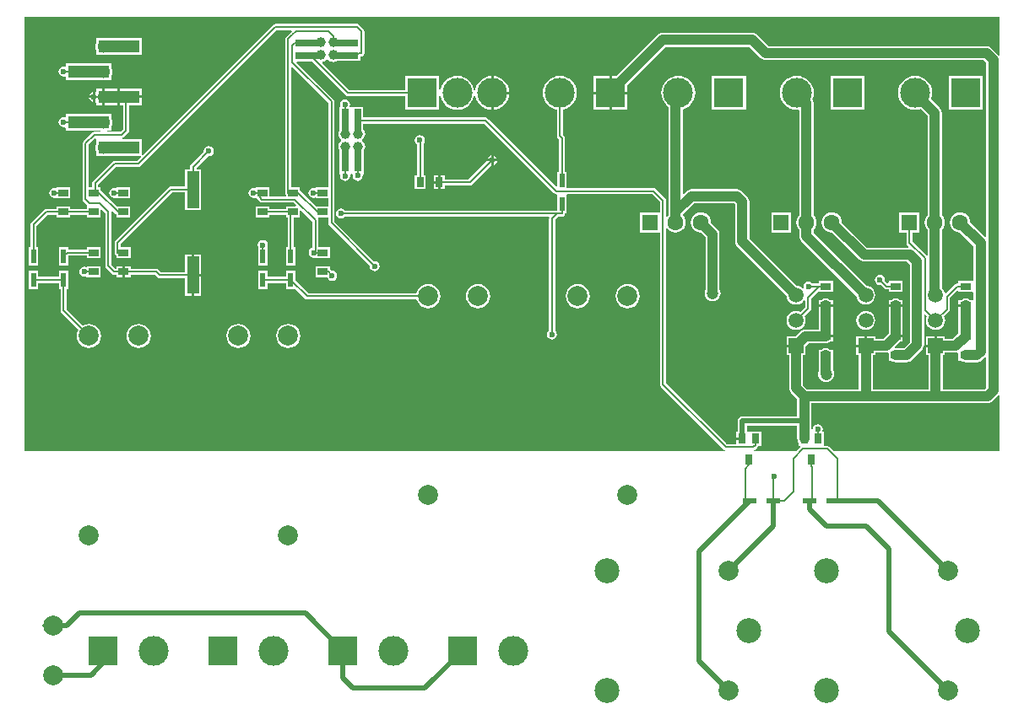
<source format=gtl>
%FSLAX25Y25*%
%MOIN*%
G70*
G01*
G75*
G04 Layer_Physical_Order=1*
G04 Layer_Color=255*
%ADD10R,0.02756X0.03937*%
%ADD11R,0.03937X0.02756*%
%ADD12R,0.02165X0.05709*%
%ADD13R,0.05709X0.02165*%
%ADD14R,0.03150X0.04134*%
%ADD15R,0.04724X0.14567*%
%ADD16R,0.16339X0.05000*%
%ADD17R,0.09449X0.02992*%
%ADD18R,0.02992X0.09449*%
%ADD19C,0.01969*%
%ADD20C,0.03937*%
%ADD21C,0.00787*%
%ADD22C,0.03937*%
%ADD23C,0.05118*%
%ADD24C,0.05906*%
%ADD25R,0.05906X0.05906*%
%ADD26R,0.11811X0.11811*%
%ADD27C,0.11811*%
%ADD28C,0.06299*%
%ADD29R,0.06299X0.06299*%
%ADD30C,0.07874*%
%ADD31C,0.09843*%
%ADD32C,0.02362*%
%ADD33C,0.04724*%
G36*
X503023Y243455D02*
Y242925D01*
X503000Y242744D01*
X503023Y242564D01*
Y240579D01*
X504074D01*
X504390Y240337D01*
X505060Y240059D01*
X505779Y239964D01*
X510362D01*
X511082Y240059D01*
X511752Y240337D01*
X512328Y240779D01*
X512328Y240779D01*
X512328Y240779D01*
X513491Y241941D01*
X513953Y241750D01*
Y229990D01*
X513317Y229355D01*
X496748D01*
Y242744D01*
X497709D01*
Y243705D01*
X502039D01*
X502648Y243785D01*
X503023Y243455D01*
D02*
G37*
G36*
X503024Y268177D02*
Y267744D01*
X508535D01*
Y267744D01*
X508678D01*
X509031Y267390D01*
Y264595D01*
X508535D01*
Y264595D01*
X507485D01*
X507169Y264837D01*
X506499Y265114D01*
X505780Y265209D01*
X505060Y265114D01*
X504390Y264837D01*
X504074Y264595D01*
X503024D01*
Y262929D01*
X505780D01*
Y261929D01*
X503000D01*
Y251376D01*
X500888Y249264D01*
X497709D01*
Y250224D01*
X494468D01*
Y246484D01*
X493968D01*
Y245984D01*
X490228D01*
Y242744D01*
X491189D01*
Y229355D01*
X469189D01*
Y242744D01*
X470150D01*
Y243705D01*
X474480D01*
X475089Y243785D01*
X475465Y243455D01*
Y242925D01*
X475441Y242744D01*
X475465Y242564D01*
Y240579D01*
X476515D01*
X476831Y240337D01*
X477501Y240059D01*
X478221Y239964D01*
X482606D01*
X483326Y240059D01*
X483996Y240337D01*
X484572Y240779D01*
X488580Y244786D01*
X489021Y245362D01*
X489299Y246033D01*
X489394Y246752D01*
Y258702D01*
X489856Y258894D01*
X490607Y258142D01*
X490324Y257461D01*
X490196Y256484D01*
X490324Y255508D01*
X490701Y254598D01*
X491301Y253817D01*
X492082Y253217D01*
X492992Y252840D01*
X493968Y252712D01*
X494945Y252840D01*
X495855Y253217D01*
X496636Y253817D01*
X497235Y254598D01*
X497612Y255508D01*
X497741Y256484D01*
X497612Y257461D01*
X497330Y258142D01*
X499352Y260164D01*
X499613Y260555D01*
X499704Y261016D01*
X499704Y261016D01*
Y265511D01*
X502562Y268368D01*
X503024Y268177D01*
D02*
G37*
G36*
X519357Y226954D02*
Y204724D01*
X453879D01*
X452051Y206552D01*
X451661Y206813D01*
X451200Y206904D01*
X451200Y206904D01*
X449803D01*
Y212598D01*
X449622D01*
X449305Y212985D01*
X449407Y213500D01*
X449254Y214268D01*
X448819Y214919D01*
X448168Y215354D01*
X447400Y215507D01*
X446632Y215354D01*
X445981Y214919D01*
X445546Y214268D01*
X445403Y213552D01*
X444906Y213601D01*
Y215059D01*
Y223795D01*
X514468D01*
X515188Y223890D01*
X515858Y224167D01*
X516434Y224609D01*
X516434Y224609D01*
X516434Y224609D01*
X518698Y226873D01*
X518883Y227115D01*
X519357Y226954D01*
D02*
G37*
G36*
X439346Y209941D02*
X439441Y209221D01*
X439719Y208551D01*
X439961Y208236D01*
Y206890D01*
X440433D01*
X440625Y206428D01*
X438921Y204724D01*
X422216D01*
X422167Y205222D01*
X422495Y205287D01*
X422886Y205549D01*
X423686Y206348D01*
X423947Y206739D01*
X423977Y206890D01*
X425197D01*
Y212598D01*
X420472D01*
D01*
D01*
X420472Y212598D01*
X420079D01*
Y212598D01*
X419523D01*
Y214926D01*
X439346D01*
Y209941D01*
D02*
G37*
G36*
X519357Y361432D02*
X518883Y361271D01*
X518698Y361513D01*
X516040Y364170D01*
X515465Y364612D01*
X514794Y364890D01*
X514075Y364984D01*
X428021D01*
X423619Y369387D01*
X423043Y369829D01*
X422373Y370106D01*
X421654Y370201D01*
X386319D01*
X385599Y370106D01*
X384929Y369829D01*
X384353Y369387D01*
X368116Y353150D01*
X366142D01*
Y346957D01*
X372335D01*
Y349506D01*
X387470Y364642D01*
X420502D01*
X424905Y360239D01*
X425480Y359797D01*
X426151Y359520D01*
X426870Y359425D01*
X512923D01*
X513953Y358396D01*
Y289555D01*
X513491Y289364D01*
X507614Y295240D01*
X507619Y295276D01*
X507483Y296303D01*
X507087Y297261D01*
X506456Y298083D01*
X505633Y298715D01*
X504676Y299111D01*
X503648Y299247D01*
X502620Y299111D01*
X501662Y298715D01*
X500840Y298083D01*
X500209Y297261D01*
X499812Y296303D01*
X499677Y295276D01*
X499812Y294248D01*
X500209Y293290D01*
X500840Y292468D01*
X501662Y291837D01*
X502620Y291440D01*
X503648Y291305D01*
X503683Y291309D01*
X509031Y285961D01*
Y272075D01*
X508535D01*
Y272075D01*
X503024D01*
Y271114D01*
X502400D01*
X501939Y271022D01*
X501548Y270761D01*
X501548Y270761D01*
X498086Y267298D01*
X497612Y267459D01*
X497612Y267461D01*
X497235Y268370D01*
X496636Y269152D01*
X496427Y269312D01*
Y292446D01*
X496456Y292468D01*
X497087Y293290D01*
X497483Y294248D01*
X497619Y295276D01*
X497483Y296303D01*
X497087Y297261D01*
X496456Y298083D01*
X496427Y298105D01*
Y338683D01*
X496333Y339402D01*
X496055Y340073D01*
X495613Y340648D01*
X492155Y344107D01*
X492470Y345145D01*
X492599Y346457D01*
X492470Y347769D01*
X492087Y349030D01*
X491466Y350193D01*
X490629Y351212D01*
X489610Y352048D01*
X488448Y352670D01*
X487186Y353053D01*
X485874Y353182D01*
X484562Y353053D01*
X483300Y352670D01*
X482138Y352048D01*
X481118Y351212D01*
X480282Y350193D01*
X479661Y349030D01*
X479278Y347769D01*
X479149Y346457D01*
X479278Y345145D01*
X479661Y343883D01*
X480282Y342720D01*
X481118Y341701D01*
X482138Y340865D01*
X483300Y340243D01*
X484562Y339861D01*
X485874Y339731D01*
X487186Y339861D01*
X488224Y340175D01*
X490868Y337531D01*
Y298105D01*
X490840Y298083D01*
X490209Y297261D01*
X489812Y296303D01*
X489677Y295276D01*
X489812Y294248D01*
X490209Y293290D01*
X490840Y292468D01*
X490868Y292446D01*
Y282281D01*
X490406Y282090D01*
X484852Y287644D01*
Y291339D01*
X487585D01*
Y299213D01*
X479711D01*
Y291339D01*
X482444D01*
Y287145D01*
X482444Y287145D01*
X482535Y286684D01*
X482796Y286293D01*
X483368Y285722D01*
X483176Y285260D01*
X466940D01*
X456960Y295240D01*
X456965Y295276D01*
X456830Y296303D01*
X456433Y297261D01*
X455802Y298083D01*
X454979Y298715D01*
X454022Y299111D01*
X452994Y299247D01*
X451966Y299111D01*
X451008Y298715D01*
X450186Y298083D01*
X449555Y297261D01*
X449158Y296303D01*
X449023Y295276D01*
X449158Y294248D01*
X449555Y293290D01*
X450186Y292468D01*
X451008Y291837D01*
X451966Y291440D01*
X452994Y291305D01*
X453029Y291309D01*
X463824Y280515D01*
X463824D01*
X463824Y280515D01*
X463824Y280515D01*
Y280515D01*
X464399Y280073D01*
X465070Y279795D01*
X465789Y279701D01*
X482707D01*
X483835Y278573D01*
Y247903D01*
X481455Y245524D01*
X478221D01*
X478105Y245509D01*
X477884Y245957D01*
X479986Y248059D01*
X480976D01*
Y249724D01*
X478221D01*
Y250724D01*
X481000D01*
Y261929D01*
X475441D01*
Y251376D01*
X473329Y249264D01*
X470150D01*
Y250224D01*
X466909D01*
Y246484D01*
X466409D01*
Y245984D01*
X462669D01*
Y242744D01*
X463630D01*
Y229355D01*
X443277D01*
X441630Y231002D01*
Y242744D01*
X442591D01*
Y246293D01*
X443742Y247445D01*
X450661D01*
X451381Y247539D01*
X452051Y247817D01*
X452366Y248059D01*
X453417D01*
Y249724D01*
X450661D01*
Y250724D01*
X453441D01*
Y261929D01*
X447882D01*
Y253004D01*
X442591D01*
X441871Y252909D01*
X441201Y252632D01*
X440625Y252190D01*
X438659Y250224D01*
X435110D01*
Y246984D01*
X438850D01*
Y245984D01*
X435110D01*
Y242744D01*
X436071D01*
Y229850D01*
X436071Y229850D01*
X436071D01*
X436165Y229131D01*
X436443Y228461D01*
X436885Y227885D01*
X439346Y225423D01*
Y218539D01*
X417717D01*
X417025Y218401D01*
X416439Y218010D01*
X416048Y217424D01*
X415910Y216732D01*
Y212598D01*
X415354D01*
Y210244D01*
X417717D01*
Y209244D01*
X415354D01*
Y207604D01*
X411599D01*
X387504Y231699D01*
Y292959D01*
X387978Y293119D01*
X388478Y292468D01*
X389300Y291837D01*
X390258Y291440D01*
X391286Y291305D01*
X392313Y291440D01*
X393271Y291837D01*
X394093Y292468D01*
X394725Y293290D01*
X395121Y294248D01*
X395257Y295276D01*
X395121Y296303D01*
X394725Y297261D01*
X394093Y298083D01*
X394912Y299150D01*
X398592Y302831D01*
X414400D01*
X414838Y302392D01*
Y287717D01*
X414838Y287717D01*
X414838D01*
X414933Y286997D01*
X415211Y286327D01*
X415653Y285751D01*
X435102Y266301D01*
X435207Y265508D01*
X435583Y264598D01*
X436183Y263817D01*
X436964Y263217D01*
X437874Y262840D01*
X438850Y262712D01*
X439827Y262840D01*
X440737Y263217D01*
X441518Y263817D01*
X442022Y264474D01*
X442496Y264313D01*
Y261833D01*
X440509Y259846D01*
X439827Y260128D01*
X438850Y260257D01*
X437874Y260128D01*
X436964Y259751D01*
X436183Y259152D01*
X435583Y258370D01*
X435207Y257461D01*
X435078Y256484D01*
X435207Y255508D01*
X435583Y254598D01*
X436183Y253817D01*
X436964Y253217D01*
X437874Y252840D01*
X438850Y252712D01*
X439827Y252840D01*
X440737Y253217D01*
X441518Y253817D01*
X442117Y254598D01*
X442494Y255508D01*
X442623Y256484D01*
X442494Y257461D01*
X442212Y258142D01*
X444552Y260482D01*
X444813Y260873D01*
X444904Y261334D01*
X444904Y261334D01*
Y265111D01*
X447645Y267852D01*
X447905Y267744D01*
Y267744D01*
X447905Y267744D01*
X453417D01*
Y272075D01*
X447905D01*
Y271114D01*
X445363D01*
X445219Y271329D01*
X444568Y271764D01*
X443800Y271917D01*
X443032Y271764D01*
X442381Y271329D01*
X441946Y270677D01*
X441793Y269909D01*
X441882Y269462D01*
X441457Y269198D01*
X440737Y269751D01*
X439827Y270128D01*
X439033Y270233D01*
X420398Y288868D01*
Y303543D01*
X420303Y304263D01*
X420025Y304933D01*
X419584Y305509D01*
X417517Y307576D01*
X416941Y308017D01*
X416271Y308295D01*
X415551Y308390D01*
X397441D01*
X396722Y308295D01*
X396051Y308017D01*
X395475Y307576D01*
X394527Y306628D01*
X394065Y306819D01*
Y339972D01*
X394959Y340243D01*
X396122Y340865D01*
X397141Y341701D01*
X397978Y342720D01*
X398599Y343883D01*
X398982Y345145D01*
X399111Y346457D01*
X398982Y347769D01*
X398599Y349030D01*
X397978Y350193D01*
X397141Y351212D01*
X396122Y352048D01*
X394959Y352670D01*
X393698Y353053D01*
X392386Y353182D01*
X391074Y353053D01*
X389812Y352670D01*
X388649Y352048D01*
X387630Y351212D01*
X386794Y350193D01*
X386172Y349030D01*
X385790Y347769D01*
X385661Y346457D01*
X385790Y345145D01*
X386172Y343883D01*
X386794Y342720D01*
X387630Y341701D01*
X388506Y340983D01*
Y299455D01*
Y298105D01*
X388478Y298083D01*
X387978Y297432D01*
X387504Y297593D01*
Y304000D01*
X387504Y304000D01*
X387413Y304461D01*
X387152Y304852D01*
X383552Y308452D01*
X383161Y308713D01*
X382700Y308804D01*
X382700Y308804D01*
X348327D01*
Y315354D01*
X347661D01*
Y328600D01*
X347661Y328600D01*
X347661Y328600D01*
Y328600D01*
X347661D01*
X347661Y328600D01*
X347569Y329061D01*
X347465Y329217D01*
X347308Y329451D01*
X347308Y329451D01*
X346846Y329914D01*
Y339850D01*
X346954Y339861D01*
X348216Y340243D01*
X349378Y340865D01*
X350397Y341701D01*
X351234Y342720D01*
X351855Y343883D01*
X352238Y345145D01*
X352367Y346457D01*
X352238Y347769D01*
X351855Y349030D01*
X351234Y350193D01*
X350397Y351212D01*
X349378Y352048D01*
X348216Y352670D01*
X346954Y353053D01*
X345642Y353182D01*
X344330Y353053D01*
X343068Y352670D01*
X341905Y352048D01*
X340886Y351212D01*
X340050Y350193D01*
X339428Y349030D01*
X339046Y347769D01*
X338916Y346457D01*
X339046Y345145D01*
X339428Y343883D01*
X340050Y342720D01*
X340886Y341701D01*
X341905Y340865D01*
X343068Y340243D01*
X344330Y339861D01*
X344438Y339850D01*
Y329415D01*
X344438Y329415D01*
X344529Y328954D01*
X344790Y328563D01*
X345253Y328101D01*
Y315354D01*
X344587D01*
Y309570D01*
X344125Y309378D01*
X317151Y336351D01*
X316761Y336613D01*
X316300Y336704D01*
X316300Y336704D01*
X268052D01*
Y340971D01*
X263485D01*
D01*
D01*
X263485Y340971D01*
X263032D01*
Y340971D01*
X262972D01*
X262655Y341357D01*
X262755Y341865D01*
X262603Y342633D01*
X262168Y343284D01*
X261516Y343719D01*
X260748Y343872D01*
X259980Y343719D01*
X259329Y343284D01*
X258894Y342633D01*
X258741Y341865D01*
X258842Y341357D01*
X258525Y340971D01*
X258465D01*
Y331529D01*
X258260Y331034D01*
X258165Y330315D01*
X258260Y329595D01*
X258538Y328925D01*
X258979Y328349D01*
X259350Y328065D01*
Y327565D01*
X258979Y327280D01*
X258538Y326705D01*
X258260Y326034D01*
X258165Y325315D01*
X258260Y324595D01*
X258538Y323925D01*
X258563Y323892D01*
Y314593D01*
X258633D01*
X258950Y314207D01*
X258840Y313653D01*
X258993Y312885D01*
X259428Y312234D01*
X260079Y311799D01*
X260847Y311646D01*
X261615Y311799D01*
X262266Y312234D01*
X262701Y312885D01*
X262854Y313653D01*
X262744Y314207D01*
X263061Y314593D01*
X263130D01*
Y314593D01*
X263130D01*
X263130Y314593D01*
X263583D01*
Y314593D01*
X263643D01*
X263960Y314207D01*
X263859Y313700D01*
X264012Y312932D01*
X264447Y312281D01*
X265098Y311846D01*
X265866Y311693D01*
X266634Y311846D01*
X267286Y312281D01*
X267721Y312932D01*
X267874Y313700D01*
X267773Y314207D01*
X268090Y314593D01*
X268150D01*
Y323661D01*
X268352Y323925D01*
X268630Y324595D01*
X268725Y325315D01*
X268630Y326034D01*
X268352Y326705D01*
X267910Y327280D01*
X267540Y327565D01*
Y328065D01*
X267910Y328349D01*
X268352Y328925D01*
X268630Y329595D01*
X268725Y330315D01*
X268630Y331034D01*
X268352Y331705D01*
X268052Y332097D01*
Y334296D01*
X315801D01*
X343349Y306749D01*
X343739Y306487D01*
X344200Y306396D01*
X344200Y306396D01*
X344200Y306396D01*
Y306396D01*
X344587Y306079D01*
X344587Y306042D01*
X344587Y306042D01*
X344587D01*
Y300497D01*
X344488Y300004D01*
X344488Y300004D01*
X260763D01*
X260619Y300219D01*
X259968Y300654D01*
X259200Y300807D01*
X258432Y300654D01*
X257781Y300219D01*
X257346Y299568D01*
X257193Y298800D01*
X257346Y298032D01*
X257781Y297381D01*
X258432Y296946D01*
X259200Y296793D01*
X259968Y296946D01*
X260619Y297381D01*
X260763Y297596D01*
X341073D01*
X341391Y297209D01*
X341315Y296831D01*
X341316Y296831D01*
Y252547D01*
X341101Y252403D01*
X340665Y251752D01*
X340513Y250984D01*
X340665Y250216D01*
X341101Y249565D01*
X341752Y249130D01*
X342520Y248977D01*
X343288Y249130D01*
X343939Y249565D01*
X344374Y250216D01*
X344527Y250984D01*
X344374Y251752D01*
X343939Y252403D01*
X343724Y252547D01*
Y296333D01*
X344987Y297596D01*
X346457D01*
X346918Y297687D01*
X347308Y297949D01*
X347569Y298339D01*
X347661Y298800D01*
Y298819D01*
X348327D01*
Y306042D01*
X348327Y306042D01*
D01*
D01*
X348327Y306102D01*
D01*
X348620Y306396D01*
X382201D01*
X385096Y303501D01*
Y299213D01*
X377349D01*
Y291339D01*
X385096D01*
Y231200D01*
X385096Y231200D01*
X385187Y230739D01*
X385449Y230348D01*
X410248Y205549D01*
X410249Y205549D01*
X410639Y205287D01*
X410968Y205222D01*
X410919Y204724D01*
X134187D01*
Y376640D01*
X519357D01*
Y361432D01*
D02*
G37*
%LPC*%
G36*
X254783Y277953D02*
X249271D01*
Y273622D01*
X253808D01*
X253846Y273432D01*
X254281Y272781D01*
X254932Y272346D01*
X255700Y272193D01*
X256468Y272346D01*
X257119Y272781D01*
X257554Y273432D01*
X257707Y274200D01*
X257554Y274968D01*
X257119Y275619D01*
X256468Y276054D01*
X255700Y276207D01*
X255446Y276157D01*
X254964Y276639D01*
X254783Y276760D01*
Y277953D01*
D02*
G37*
G36*
X151477Y276181D02*
X147736D01*
Y273744D01*
X139665D01*
Y276181D01*
X135925D01*
Y268898D01*
X139665D01*
Y271335D01*
X147736D01*
Y268898D01*
X148402D01*
Y260394D01*
X148402Y260394D01*
X148494Y259933D01*
X148755Y259542D01*
X155521Y252776D01*
X155503Y252753D01*
X155027Y251603D01*
X154865Y250370D01*
X155027Y249137D01*
X155503Y247987D01*
X156261Y247001D01*
X157247Y246243D01*
X158397Y245767D01*
X159630Y245605D01*
X160863Y245767D01*
X162013Y246243D01*
X162999Y247001D01*
X163757Y247987D01*
X164233Y249137D01*
X164395Y250370D01*
X164233Y251603D01*
X163757Y252753D01*
X162999Y253740D01*
X162013Y254497D01*
X160863Y254973D01*
X159630Y255135D01*
X158397Y254973D01*
X157247Y254497D01*
X157224Y254479D01*
X150811Y260892D01*
Y268898D01*
X151477D01*
Y276181D01*
D02*
G37*
G36*
X472000Y274517D02*
X471232Y274364D01*
X470581Y273929D01*
X470146Y273277D01*
X469993Y272509D01*
X470146Y271741D01*
X470581Y271090D01*
X471232Y270655D01*
X472000Y270502D01*
X472254Y270553D01*
X473748Y269058D01*
X473748Y269058D01*
X474139Y268797D01*
X474600Y268705D01*
X474600Y268705D01*
X475464D01*
Y267744D01*
X480976D01*
Y272075D01*
X475464D01*
Y271401D01*
X475003Y271210D01*
X473957Y272256D01*
X474007Y272509D01*
X473854Y273277D01*
X473419Y273929D01*
X472768Y274364D01*
X472000Y274517D01*
D02*
G37*
G36*
X401286Y299247D02*
X400258Y299111D01*
X399300Y298715D01*
X398478Y298083D01*
X397847Y297261D01*
X397450Y296303D01*
X397315Y295276D01*
X397450Y294248D01*
X397847Y293290D01*
X398478Y292468D01*
X399300Y291837D01*
X400258Y291440D01*
X401286Y291305D01*
X401321Y291309D01*
X403126Y289504D01*
Y268744D01*
X402837Y268047D01*
X402729Y267224D01*
X402837Y266402D01*
X403154Y265636D01*
X403659Y264978D01*
X404317Y264473D01*
X405083Y264156D01*
X405905Y264048D01*
X406728Y264156D01*
X407494Y264473D01*
X408152Y264978D01*
X408657Y265636D01*
X408974Y266402D01*
X409082Y267224D01*
X408974Y268047D01*
X408685Y268744D01*
Y290656D01*
X408591Y291375D01*
X408313Y292045D01*
X407871Y292621D01*
X405252Y295240D01*
X405257Y295276D01*
X405121Y296303D01*
X404725Y297261D01*
X404094Y298083D01*
X403271Y298715D01*
X402313Y299111D01*
X401286Y299247D01*
D02*
G37*
G36*
X203937Y273909D02*
X201287D01*
Y266338D01*
X203937D01*
Y273909D01*
D02*
G37*
G36*
X158760Y277953D02*
X158668Y277654D01*
X157900Y277807D01*
X157132Y277654D01*
X156481Y277219D01*
X156046Y276568D01*
X155893Y275800D01*
X156046Y275032D01*
X156481Y274381D01*
X157132Y273946D01*
X157900Y273793D01*
X158668Y273946D01*
X158668Y273946D01*
X158760Y273622D01*
Y273622D01*
X164272D01*
Y277953D01*
X158760D01*
Y277953D01*
D02*
G37*
G36*
X228346Y288307D02*
X227578Y288154D01*
X226927Y287719D01*
X226492Y287068D01*
X226339Y286300D01*
X226492Y285532D01*
X226513Y285501D01*
X226476Y285433D01*
X226476D01*
X226476Y285433D01*
Y278150D01*
X230217D01*
Y285433D01*
X230217Y285433D01*
X230217D01*
X230180Y285501D01*
X230201Y285532D01*
X230353Y286300D01*
X230201Y287068D01*
X229766Y287719D01*
X229115Y288154D01*
X228346Y288307D01*
D02*
G37*
G36*
X164272Y285433D02*
X158760D01*
Y284472D01*
X151477D01*
Y285433D01*
X147736D01*
Y278150D01*
X151477D01*
Y281958D01*
X151582Y282064D01*
X158760D01*
Y281102D01*
X164272D01*
Y285433D01*
D02*
G37*
G36*
X241181Y276181D02*
X237441D01*
Y273744D01*
X230217D01*
Y276181D01*
X226476D01*
Y268898D01*
X230217D01*
Y271335D01*
X237441D01*
Y268898D01*
X241181D01*
X241181Y268898D01*
Y268898D01*
X241229Y268918D01*
X244881Y265266D01*
X245271Y265005D01*
X245732Y264914D01*
X289023D01*
X289027Y264885D01*
X289503Y263735D01*
X290261Y262749D01*
X291247Y261991D01*
X292397Y261515D01*
X293630Y261353D01*
X294863Y261515D01*
X296013Y261991D01*
X297000Y262749D01*
X297757Y263735D01*
X298233Y264885D01*
X298395Y266118D01*
X298233Y267351D01*
X297757Y268501D01*
X297000Y269488D01*
X296013Y270245D01*
X294863Y270721D01*
X293630Y270883D01*
X292397Y270721D01*
X291247Y270245D01*
X290261Y269488D01*
X289503Y268501D01*
X289027Y267351D01*
X289023Y267322D01*
X246231D01*
X241181Y272372D01*
Y276181D01*
D02*
G37*
G36*
X203937Y282480D02*
X201287D01*
Y274909D01*
X203937D01*
Y282480D01*
D02*
G37*
G36*
X200287D02*
X197638D01*
Y275614D01*
X188177D01*
X187152Y276639D01*
X186761Y276900D01*
X186300Y276992D01*
X186300Y276992D01*
X176083D01*
Y277953D01*
X173827D01*
Y275787D01*
Y273622D01*
X176083D01*
Y274583D01*
X185801D01*
X186826Y273558D01*
X186827Y273558D01*
X187217Y273297D01*
X187217Y273297D01*
X187217Y273297D01*
D01*
X187217Y273297D01*
X187217Y273297D01*
X187678Y273205D01*
X187678Y273205D01*
X197638D01*
Y266338D01*
X200287D01*
Y274409D01*
Y282480D01*
D02*
G37*
G36*
X478220Y265209D02*
X477501Y265114D01*
X476831Y264837D01*
X476515Y264595D01*
X475464D01*
Y262929D01*
X480976D01*
Y264595D01*
X479925D01*
X479610Y264837D01*
X478940Y265114D01*
X478220Y265209D01*
D02*
G37*
G36*
X238370Y255135D02*
X237137Y254973D01*
X235987Y254497D01*
X235000Y253740D01*
X234243Y252753D01*
X233767Y251603D01*
X233605Y250370D01*
X233767Y249137D01*
X234243Y247987D01*
X235000Y247001D01*
X235987Y246243D01*
X237137Y245767D01*
X238370Y245605D01*
X239603Y245767D01*
X240753Y246243D01*
X241740Y247001D01*
X242497Y247987D01*
X242973Y249137D01*
X243135Y250370D01*
X242973Y251603D01*
X242497Y252753D01*
X241740Y253740D01*
X240753Y254497D01*
X239603Y254973D01*
X238370Y255135D01*
D02*
G37*
G36*
X465909Y250224D02*
X462669D01*
Y246984D01*
X465909D01*
Y250224D01*
D02*
G37*
G36*
X493468D02*
X490228D01*
Y246984D01*
X493468D01*
Y250224D01*
D02*
G37*
G36*
X450661Y245524D02*
X449942Y245429D01*
X449272Y245151D01*
X448956Y244910D01*
X447905D01*
Y242925D01*
X447882Y242744D01*
Y236550D01*
X447719Y236157D01*
X447611Y235335D01*
X447719Y234512D01*
X448036Y233746D01*
X448541Y233088D01*
X449199Y232583D01*
X449965Y232266D01*
X450787Y232158D01*
X451610Y232266D01*
X452376Y232583D01*
X453034Y233088D01*
X453539Y233746D01*
X453856Y234512D01*
X453964Y235335D01*
X453856Y236157D01*
X453539Y236923D01*
X453441Y237050D01*
Y242744D01*
X453417Y242925D01*
Y244910D01*
X452366D01*
X452051Y245151D01*
X451381Y245429D01*
X450661Y245524D01*
D02*
G37*
G36*
X179315Y255135D02*
X178082Y254973D01*
X176932Y254497D01*
X175945Y253740D01*
X175188Y252753D01*
X174712Y251603D01*
X174550Y250370D01*
X174712Y249137D01*
X175188Y247987D01*
X175945Y247001D01*
X176932Y246243D01*
X178082Y245767D01*
X179315Y245605D01*
X180548Y245767D01*
X181698Y246243D01*
X182685Y247001D01*
X183442Y247987D01*
X183918Y249137D01*
X184080Y250370D01*
X183918Y251603D01*
X183442Y252753D01*
X182685Y253740D01*
X181698Y254497D01*
X180548Y254973D01*
X179315Y255135D01*
D02*
G37*
G36*
X218685D02*
X217452Y254973D01*
X216302Y254497D01*
X215316Y253740D01*
X214558Y252753D01*
X214082Y251603D01*
X213920Y250370D01*
X214082Y249137D01*
X214558Y247987D01*
X215316Y247001D01*
X216302Y246243D01*
X217452Y245767D01*
X218685Y245605D01*
X219918Y245767D01*
X221068Y246243D01*
X222055Y247001D01*
X222812Y247987D01*
X223288Y249137D01*
X223450Y250370D01*
X223288Y251603D01*
X222812Y252753D01*
X222055Y253740D01*
X221068Y254497D01*
X219918Y254973D01*
X218685Y255135D01*
D02*
G37*
G36*
X372370Y270883D02*
X371137Y270721D01*
X369987Y270245D01*
X369001Y269488D01*
X368243Y268501D01*
X367767Y267351D01*
X367605Y266118D01*
X367767Y264885D01*
X368243Y263735D01*
X369001Y262749D01*
X369987Y261991D01*
X371137Y261515D01*
X372370Y261353D01*
X373603Y261515D01*
X374753Y261991D01*
X375740Y262749D01*
X376497Y263735D01*
X376973Y264885D01*
X377135Y266118D01*
X376973Y267351D01*
X376497Y268501D01*
X375740Y269488D01*
X374753Y270245D01*
X373603Y270721D01*
X372370Y270883D01*
D02*
G37*
G36*
X439130Y353182D02*
X437818Y353053D01*
X436556Y352670D01*
X435394Y352048D01*
X434375Y351212D01*
X433538Y350193D01*
X432917Y349030D01*
X432534Y347769D01*
X432405Y346457D01*
X432534Y345145D01*
X432917Y343883D01*
X433538Y342720D01*
X434375Y341701D01*
X435394Y340865D01*
X436556Y340243D01*
X437818Y339861D01*
X439130Y339731D01*
X439844Y339802D01*
X440214Y339466D01*
Y298105D01*
X440186Y298083D01*
X439555Y297261D01*
X439158Y296303D01*
X439023Y295276D01*
X439158Y294248D01*
X439555Y293290D01*
X440186Y292468D01*
X440214Y292446D01*
Y289900D01*
X440214Y289900D01*
X440214D01*
X440309Y289180D01*
X440587Y288510D01*
X441028Y287934D01*
X462661Y266301D01*
X462766Y265508D01*
X463142Y264598D01*
X463742Y263817D01*
X464523Y263217D01*
X465433Y262840D01*
X466409Y262712D01*
X467386Y262840D01*
X468296Y263217D01*
X469077Y263817D01*
X469676Y264598D01*
X470053Y265508D01*
X470182Y266484D01*
X470053Y267461D01*
X469676Y268370D01*
X469077Y269152D01*
X468296Y269751D01*
X467386Y270128D01*
X466592Y270233D01*
X445774Y291051D01*
Y292446D01*
X445802Y292468D01*
X446433Y293290D01*
X446830Y294248D01*
X446965Y295276D01*
X446830Y296303D01*
X446433Y297261D01*
X445802Y298083D01*
X445774Y298105D01*
Y342593D01*
X445679Y343312D01*
X445401Y343983D01*
X445381Y344008D01*
X445726Y345145D01*
X445855Y346457D01*
X445726Y347769D01*
X445343Y349030D01*
X444722Y350193D01*
X443886Y351212D01*
X442866Y352048D01*
X441704Y352670D01*
X440442Y353053D01*
X439130Y353182D01*
D02*
G37*
G36*
X450661Y265209D02*
X449942Y265114D01*
X449272Y264837D01*
X448956Y264595D01*
X447905D01*
Y262929D01*
X453417D01*
Y264595D01*
X452366D01*
X452051Y264837D01*
X451381Y265114D01*
X450661Y265209D01*
D02*
G37*
G36*
X466409Y260257D02*
X465433Y260128D01*
X464523Y259751D01*
X463742Y259152D01*
X463142Y258370D01*
X462766Y257461D01*
X462637Y256484D01*
X462766Y255508D01*
X463142Y254598D01*
X463742Y253817D01*
X464523Y253217D01*
X465433Y252840D01*
X466409Y252712D01*
X467386Y252840D01*
X468296Y253217D01*
X469077Y253817D01*
X469676Y254598D01*
X470053Y255508D01*
X470182Y256484D01*
X470053Y257461D01*
X469676Y258370D01*
X469077Y259152D01*
X468296Y259751D01*
X467386Y260128D01*
X466409Y260257D01*
D02*
G37*
G36*
X313315Y270883D02*
X312082Y270721D01*
X310932Y270245D01*
X309946Y269488D01*
X309188Y268501D01*
X308712Y267351D01*
X308550Y266118D01*
X308712Y264885D01*
X309188Y263735D01*
X309946Y262749D01*
X310932Y261991D01*
X312082Y261515D01*
X313315Y261353D01*
X314548Y261515D01*
X315698Y261991D01*
X316685Y262749D01*
X317442Y263735D01*
X317918Y264885D01*
X318080Y266118D01*
X317918Y267351D01*
X317442Y268501D01*
X316685Y269488D01*
X315698Y270245D01*
X314548Y270721D01*
X313315Y270883D01*
D02*
G37*
G36*
X352685D02*
X351452Y270721D01*
X350302Y270245D01*
X349316Y269488D01*
X348558Y268501D01*
X348082Y267351D01*
X347920Y266118D01*
X348082Y264885D01*
X348558Y263735D01*
X349316Y262749D01*
X350302Y261991D01*
X351452Y261515D01*
X352685Y261353D01*
X353918Y261515D01*
X355068Y261991D01*
X356054Y262749D01*
X356812Y263735D01*
X357288Y264885D01*
X357450Y266118D01*
X357288Y267351D01*
X356812Y268501D01*
X356054Y269488D01*
X355068Y270245D01*
X353918Y270721D01*
X352685Y270883D01*
D02*
G37*
G36*
X436931Y299213D02*
X429057D01*
Y291339D01*
X436931D01*
Y299213D01*
D02*
G37*
G36*
X170954Y348208D02*
X166045D01*
Y344815D01*
Y341506D01*
X166419Y341555D01*
X166608Y341633D01*
X170954D01*
Y344920D01*
Y348208D01*
D02*
G37*
G36*
X161100Y344400D02*
X159692D01*
X159746Y344132D01*
X160181Y343481D01*
X160832Y343046D01*
X161100Y342992D01*
Y344400D01*
D02*
G37*
G36*
Y346808D02*
X160832Y346754D01*
X160181Y346319D01*
X159746Y345668D01*
X159692Y345400D01*
X161100D01*
Y346808D01*
D02*
G37*
G36*
X325574Y345957D02*
X319398D01*
Y339780D01*
X320210Y339861D01*
X321471Y340243D01*
X322634Y340865D01*
X323653Y341701D01*
X324489Y342720D01*
X325111Y343883D01*
X325494Y345145D01*
X325574Y345957D01*
D02*
G37*
G36*
X419079Y353150D02*
X405693D01*
Y339764D01*
X419079D01*
Y353150D01*
D02*
G37*
G36*
X465823D02*
X452437D01*
Y339764D01*
X465823D01*
Y353150D01*
D02*
G37*
G36*
X512567D02*
X499181D01*
Y339764D01*
X512567D01*
Y353150D01*
D02*
G37*
G36*
X168411Y358208D02*
X150497D01*
Y357143D01*
X150111Y356826D01*
X149600Y356927D01*
X148832Y356775D01*
X148181Y356340D01*
X147746Y355689D01*
X147593Y354920D01*
X147746Y354152D01*
X148181Y353501D01*
X148832Y353066D01*
X149600Y352913D01*
X150111Y353015D01*
X150497Y352698D01*
Y351633D01*
X164482D01*
X164671Y351555D01*
X165545Y351440D01*
X166419Y351555D01*
X166608Y351633D01*
X168411D01*
Y353053D01*
X168468Y353127D01*
X168805Y353941D01*
X168920Y354815D01*
X168805Y355689D01*
X168468Y356503D01*
X168411Y356577D01*
Y358208D01*
D02*
G37*
G36*
X265600Y373704D02*
X265600Y373704D01*
X233300D01*
X232839Y373613D01*
X232683Y373508D01*
X232449Y373352D01*
X232449Y373352D01*
X180873Y321776D01*
X180444Y321953D01*
D01*
X180411Y321967D01*
Y328208D01*
X172812D01*
X172763Y328705D01*
X173176Y328787D01*
X173566Y329048D01*
X175162Y330644D01*
X175163Y330644D01*
X175424Y331035D01*
X175515Y331496D01*
X175515Y331496D01*
Y341633D01*
X180411D01*
Y344420D01*
X171954D01*
Y341633D01*
X173107D01*
Y331995D01*
X172216Y331104D01*
X166613D01*
X166584Y331246D01*
X166902Y331633D01*
X168411D01*
Y333053D01*
X168468Y333127D01*
X168805Y333941D01*
X168920Y334815D01*
X168805Y335689D01*
X168468Y336503D01*
X168411Y336577D01*
Y338208D01*
X150497D01*
Y337123D01*
X150111Y336806D01*
X149600Y336907D01*
X148832Y336754D01*
X148181Y336319D01*
X147746Y335668D01*
X147593Y334900D01*
X147746Y334132D01*
X148181Y333481D01*
X148832Y333046D01*
X149600Y332893D01*
X150111Y332995D01*
X150497Y332677D01*
Y331633D01*
X164188D01*
X164506Y331246D01*
X164477Y331104D01*
X161800D01*
X161800Y331104D01*
X161339Y331013D01*
X160949Y330751D01*
X160949Y330751D01*
X157448Y327252D01*
X157187Y326861D01*
X157096Y326400D01*
X157096Y326400D01*
Y304400D01*
X157096Y304400D01*
X157187Y303939D01*
X157448Y303549D01*
X158960Y302037D01*
X158769Y301575D01*
X158740D01*
Y300614D01*
X152264D01*
Y301575D01*
X146752D01*
Y300614D01*
X142805D01*
X142344Y300522D01*
X141953Y300261D01*
X136944Y295251D01*
X136683Y294861D01*
X136591Y294400D01*
X136591Y294400D01*
Y285433D01*
X135925D01*
Y278150D01*
X139665D01*
Y285433D01*
X138999D01*
Y293901D01*
X143303Y298205D01*
X146752D01*
Y297244D01*
X152264D01*
Y298205D01*
X158740D01*
Y297244D01*
X164252D01*
Y300092D01*
X164714Y300283D01*
X166096Y298901D01*
Y278087D01*
X166096Y278087D01*
X166187Y277627D01*
X166448Y277236D01*
X168748Y274936D01*
X169139Y274675D01*
X169600Y274583D01*
X170571D01*
Y273622D01*
X172827D01*
Y275787D01*
Y277953D01*
X170571D01*
Y276992D01*
X170099D01*
X168504Y278586D01*
Y299400D01*
X168453Y299657D01*
X168894Y299893D01*
X170228Y298558D01*
X170229Y298558D01*
X170473Y298395D01*
Y297245D01*
X175985D01*
Y301575D01*
X170618D01*
X164452Y307741D01*
X164252Y307875D01*
Y309055D01*
X163304D01*
Y310201D01*
X170299Y317196D01*
X179200D01*
X179200Y317196D01*
X179661Y317287D01*
X180052Y317548D01*
X233799Y371296D01*
X239539D01*
X239731Y370834D01*
X239148Y370251D01*
X239148Y370251D01*
X237449Y368551D01*
X237187Y368161D01*
X237096Y367700D01*
X237096Y367700D01*
Y306890D01*
X237187Y306429D01*
X237402Y306109D01*
Y305504D01*
X231004D01*
Y309055D01*
X225492D01*
Y309055D01*
X225378Y308744D01*
X224610Y308897D01*
X223842Y308744D01*
X223191Y308309D01*
X222756Y307658D01*
X222603Y306890D01*
X222756Y306122D01*
X223191Y305471D01*
X223842Y305035D01*
X224610Y304883D01*
X225378Y305035D01*
X225378Y305035D01*
X225492Y304724D01*
Y304724D01*
X225997D01*
X226249Y304348D01*
X227149Y303449D01*
X227149Y303449D01*
X227539Y303187D01*
X228000Y303096D01*
X240401D01*
X241460Y302037D01*
X241269Y301575D01*
X237402D01*
Y300614D01*
X231004D01*
Y301575D01*
X225492D01*
Y297244D01*
X231004D01*
Y298205D01*
X237402D01*
Y297244D01*
X238107D01*
Y285433D01*
X237441D01*
Y278150D01*
X241181D01*
Y285433D01*
X240515D01*
Y297244D01*
X242913D01*
Y299930D01*
X243375Y300122D01*
X247928Y295569D01*
Y285213D01*
X247632Y285154D01*
X246981Y284719D01*
X246546Y284068D01*
X246393Y283300D01*
X246546Y282532D01*
X246981Y281881D01*
X247632Y281446D01*
X248400Y281293D01*
X249168Y281446D01*
X249168Y281446D01*
X249271Y281102D01*
Y281102D01*
X254783D01*
Y285433D01*
X250336D01*
Y296068D01*
X250337Y296068D01*
X250245Y296529D01*
X250061Y296803D01*
X250297Y297244D01*
X254209D01*
Y295087D01*
X254209Y295087D01*
X254301Y294626D01*
X254562Y294235D01*
X270543Y278254D01*
X270493Y278000D01*
X270646Y277232D01*
X271081Y276581D01*
X271732Y276146D01*
X272500Y275993D01*
X273268Y276146D01*
X273919Y276581D01*
X274354Y277232D01*
X274507Y278000D01*
X274354Y278768D01*
X273919Y279419D01*
X273268Y279854D01*
X272500Y280007D01*
X272246Y279957D01*
X256618Y295585D01*
Y343087D01*
X256618Y343087D01*
X256526Y343547D01*
X256265Y343938D01*
X256265Y343938D01*
X241709Y358494D01*
X241900Y358956D01*
X247707D01*
X261058Y345605D01*
X261449Y345344D01*
X261910Y345252D01*
X261910Y345252D01*
X284646D01*
Y339764D01*
X298031D01*
Y345058D01*
X298526Y345131D01*
X298905Y343883D01*
X299526Y342720D01*
X300363Y341701D01*
X301382Y340865D01*
X302544Y340243D01*
X303806Y339861D01*
X305118Y339731D01*
X306430Y339861D01*
X307692Y340243D01*
X308855Y340865D01*
X309874Y341701D01*
X310710Y342720D01*
X311332Y343883D01*
X311714Y345145D01*
X311758Y345588D01*
X312258D01*
X312301Y345145D01*
X312684Y343883D01*
X313306Y342720D01*
X314142Y341701D01*
X315161Y340865D01*
X316324Y340243D01*
X317586Y339861D01*
X318398Y339780D01*
Y346457D01*
Y353133D01*
X317586Y353053D01*
X316324Y352670D01*
X315161Y352048D01*
X314142Y351212D01*
X313306Y350193D01*
X312684Y349030D01*
X312301Y347769D01*
X312258Y347326D01*
X311758D01*
X311714Y347769D01*
X311332Y349030D01*
X310710Y350193D01*
X309874Y351212D01*
X308855Y352048D01*
X307692Y352670D01*
X306430Y353053D01*
X305118Y353182D01*
X303806Y353053D01*
X302544Y352670D01*
X301382Y352048D01*
X300363Y351212D01*
X299526Y350193D01*
X298905Y349030D01*
X298526Y347782D01*
X298031Y347855D01*
Y353150D01*
X284646D01*
Y347661D01*
X262408D01*
X251806Y358263D01*
X251964Y358730D01*
X252635Y359008D01*
X253210Y359449D01*
X253495Y359820D01*
X253995D01*
X254279Y359449D01*
X254855Y359008D01*
X255525Y358730D01*
X256245Y358635D01*
X256964Y358730D01*
X257635Y359008D01*
X257696Y359054D01*
X266733D01*
Y360861D01*
X267360Y360944D01*
X267508Y360995D01*
X267661Y361025D01*
X267728Y361070D01*
X267804Y361096D01*
X267922Y361200D01*
X268052Y361286D01*
X268096Y361354D01*
X268157Y361407D01*
X268226Y361547D01*
X268313Y361677D01*
X268328Y361756D01*
X268364Y361829D01*
X268374Y361985D01*
X268404Y362138D01*
Y370900D01*
X268313Y371361D01*
X268052Y371751D01*
X266452Y373352D01*
X266061Y373613D01*
X265600Y373704D01*
D02*
G37*
G36*
X180411Y368208D02*
X162497D01*
Y366202D01*
X162285Y365689D01*
X162170Y364815D01*
X162285Y363941D01*
X162497Y363428D01*
Y361633D01*
X164482D01*
X164671Y361555D01*
X165545Y361440D01*
X166419Y361555D01*
X166608Y361633D01*
X180411D01*
Y368208D01*
D02*
G37*
G36*
X365142Y353150D02*
X358949D01*
Y346957D01*
X365142D01*
Y353150D01*
D02*
G37*
G36*
X180411Y348208D02*
X171954D01*
Y345420D01*
X180411D01*
Y348208D01*
D02*
G37*
G36*
X165045D02*
X162497D01*
Y347123D01*
X162111Y346806D01*
X162100Y346808D01*
Y344900D01*
Y342992D01*
X162111Y342994D01*
X162497Y342677D01*
Y341633D01*
X164482D01*
X164671Y341555D01*
X165045Y341506D01*
Y344815D01*
Y348208D01*
D02*
G37*
G36*
X319398Y353133D02*
Y346957D01*
X325574D01*
X325494Y347769D01*
X325111Y349030D01*
X324489Y350193D01*
X323653Y351212D01*
X322634Y352048D01*
X321471Y352670D01*
X320210Y353053D01*
X319398Y353133D01*
D02*
G37*
G36*
X170473Y309056D02*
X170347Y308745D01*
X169579Y308897D01*
X168811Y308745D01*
X168160Y308309D01*
X167725Y307658D01*
X167572Y306890D01*
X167725Y306122D01*
X168160Y305471D01*
X168811Y305036D01*
X169579Y304883D01*
X170347Y305036D01*
D01*
Y305036D01*
X170473Y304725D01*
Y304725D01*
X175985D01*
Y309055D01*
X170473D01*
Y309056D01*
D02*
G37*
G36*
X297532Y313878D02*
X295866D01*
Y311622D01*
X297532D01*
Y313878D01*
D02*
G37*
G36*
X318398Y319382D02*
X316695D01*
X309639Y312326D01*
X300197D01*
Y313878D01*
X298532D01*
Y311122D01*
Y308366D01*
X300197D01*
Y309918D01*
X310138D01*
X310138Y309918D01*
X310599Y310010D01*
X310989Y310271D01*
X318398Y317679D01*
Y319382D01*
D02*
G37*
G36*
X290354Y329763D02*
X289586Y329610D01*
X288935Y329175D01*
X288500Y328524D01*
X288347Y327756D01*
X288500Y326988D01*
X288935Y326337D01*
X289347Y326062D01*
Y313878D01*
X288386D01*
Y308366D01*
X292717D01*
Y313878D01*
X291755D01*
Y326325D01*
X291774Y326337D01*
X292209Y326988D01*
X292361Y327756D01*
X292209Y328524D01*
X291774Y329175D01*
X291122Y329610D01*
X290354Y329763D01*
D02*
G37*
G36*
X297532Y310622D02*
X295866D01*
Y308366D01*
X297532D01*
Y310622D01*
D02*
G37*
G36*
X146752Y309055D02*
X146678Y308744D01*
X145910Y308897D01*
X145142Y308744D01*
X144491Y308309D01*
X144056Y307658D01*
X143903Y306890D01*
X144056Y306122D01*
X144491Y305471D01*
X145142Y305035D01*
X145910Y304883D01*
X146678Y305035D01*
X146678Y305035D01*
X146752Y304724D01*
Y304724D01*
X152264D01*
Y309055D01*
X146752D01*
Y309055D01*
D02*
G37*
G36*
X365142Y345957D02*
X358949D01*
Y339764D01*
X365142D01*
Y345957D01*
D02*
G37*
G36*
X319398Y321790D02*
Y320382D01*
X320805D01*
X320752Y320650D01*
X320317Y321301D01*
X319666Y321736D01*
X319398Y321790D01*
D02*
G37*
G36*
X207000Y325407D02*
X206232Y325254D01*
X205581Y324819D01*
X205146Y324168D01*
X204993Y323400D01*
X205043Y323146D01*
X199936Y318039D01*
X199675Y317648D01*
X199583Y317187D01*
X199583Y317187D01*
Y316339D01*
X197638D01*
Y309504D01*
X192000D01*
X191539Y309413D01*
X191383Y309308D01*
X191148Y309152D01*
X191148Y309152D01*
X170149Y288152D01*
X169887Y287761D01*
X169796Y287300D01*
X169796Y287300D01*
Y283268D01*
X169887Y282807D01*
X170149Y282416D01*
X170539Y282155D01*
X170571Y282149D01*
Y281102D01*
X176083D01*
Y285433D01*
X172204D01*
Y286801D01*
X192499Y307096D01*
X197638D01*
Y300197D01*
X203937D01*
Y316339D01*
X202295D01*
X202104Y316801D01*
X206746Y321443D01*
X207000Y321393D01*
X207768Y321546D01*
X208419Y321981D01*
X208854Y322632D01*
X209007Y323400D01*
X208854Y324168D01*
X208419Y324819D01*
X207768Y325254D01*
X207000Y325407D01*
D02*
G37*
G36*
X320805Y319382D02*
X319398D01*
Y317974D01*
X319666Y318028D01*
X320317Y318463D01*
X320752Y319114D01*
X320805Y319382D01*
D02*
G37*
G36*
X318398Y321790D02*
X318130Y321736D01*
X317478Y321301D01*
X317043Y320650D01*
X316990Y320382D01*
X318398D01*
Y321790D01*
D02*
G37*
G36*
X372335Y345957D02*
X366142D01*
Y339764D01*
X372335D01*
Y345957D01*
D02*
G37*
%LPD*%
G36*
X254209Y342588D02*
Y309055D01*
X249213D01*
Y309055D01*
X249087Y308744D01*
X248319Y308897D01*
X247551Y308744D01*
X246900Y308309D01*
X246465Y307658D01*
X246312Y306890D01*
X246465Y306122D01*
X246900Y305471D01*
X247551Y305035D01*
X248319Y304883D01*
X249087Y305035D01*
D01*
Y305035D01*
X249213Y304724D01*
Y304724D01*
X254209D01*
Y301575D01*
X249318D01*
X243151Y307741D01*
X242913Y307901D01*
Y309055D01*
X239504D01*
Y356639D01*
X239966Y356831D01*
X254209Y342588D01*
D02*
G37*
G36*
X162497Y328241D02*
Y328208D01*
X162497D01*
Y326202D01*
X162285Y325689D01*
X162170Y324815D01*
X162285Y323941D01*
X162497Y323428D01*
Y321633D01*
X164482D01*
X164671Y321555D01*
X165545Y321440D01*
X166419Y321555D01*
X166608Y321633D01*
X180077D01*
X180090Y321600D01*
D01*
X180268Y321171D01*
X178701Y319604D01*
X169800D01*
X169339Y319513D01*
X169183Y319408D01*
X168948Y319251D01*
X168948Y319251D01*
X161249Y311551D01*
X160987Y311161D01*
X160896Y310700D01*
X160896Y310700D01*
Y309055D01*
X159504D01*
Y325901D01*
X162035Y328432D01*
X162497Y328241D01*
D02*
G37*
D10*
X298031Y311122D02*
D03*
X290551D02*
D03*
D11*
X505780Y262429D02*
D03*
Y269909D02*
D03*
X478220Y262429D02*
D03*
Y269909D02*
D03*
X450661Y262429D02*
D03*
Y269909D02*
D03*
X505779Y242744D02*
D03*
Y250224D02*
D03*
X478221Y242744D02*
D03*
Y250224D02*
D03*
X450661Y242744D02*
D03*
Y250224D02*
D03*
X161516Y275787D02*
D03*
Y283268D02*
D03*
X161496Y299409D02*
D03*
Y306890D02*
D03*
X173229Y299410D02*
D03*
Y306890D02*
D03*
X149508Y306890D02*
D03*
Y299409D02*
D03*
X252027Y283268D02*
D03*
Y275787D02*
D03*
X240157Y299409D02*
D03*
Y306890D02*
D03*
X251969Y299409D02*
D03*
Y306890D02*
D03*
X228248D02*
D03*
Y299409D02*
D03*
X173327Y275787D02*
D03*
Y283268D02*
D03*
D12*
X149606Y281791D02*
D03*
Y272539D02*
D03*
X137795Y281791D02*
D03*
Y272539D02*
D03*
X228346Y281791D02*
D03*
Y272539D02*
D03*
X239311Y281791D02*
D03*
Y272539D02*
D03*
X346457Y302461D02*
D03*
Y311713D02*
D03*
D13*
X429823Y185039D02*
D03*
X420571D02*
D03*
X453445D02*
D03*
X444193D02*
D03*
D14*
X420276Y201673D02*
D03*
X417717Y209744D02*
D03*
X422835D02*
D03*
X444882Y201673D02*
D03*
X442323Y209744D02*
D03*
X447441D02*
D03*
D15*
X200787Y308268D02*
D03*
Y274409D02*
D03*
D16*
X159454Y354920D02*
D03*
Y334920D02*
D03*
X171454Y324920D02*
D03*
Y344920D02*
D03*
Y364920D02*
D03*
D17*
X261222Y361338D02*
D03*
Y366358D02*
D03*
X245867Y366259D02*
D03*
Y361240D02*
D03*
D18*
X265768Y335459D02*
D03*
X260748D02*
D03*
X260847Y320105D02*
D03*
X265866D02*
D03*
D19*
X442126Y215059D02*
X442323Y214862D01*
X440453Y216732D02*
X442126Y215059D01*
X442323Y209744D02*
Y214862D01*
X417717Y216732D02*
X440453D01*
X417717Y209744D02*
Y216732D01*
X142323Y135827D02*
X150858D01*
X155780Y140748D01*
X245079D01*
X259843Y125984D01*
X453445Y185039D02*
X471260D01*
X475394Y133661D02*
X498819Y110236D01*
X475394Y133661D02*
Y166339D01*
X466535Y175197D02*
X475394Y166339D01*
X450787Y175197D02*
X466535D01*
X444193Y181791D02*
X450787Y175197D01*
X444193Y181791D02*
Y185039D01*
X471260D02*
X498819Y157480D01*
X400591Y165059D02*
X420571Y185039D01*
X400591Y121850D02*
Y165059D01*
Y121850D02*
X412205Y110236D01*
X429823Y175098D02*
Y185039D01*
X412205Y157480D02*
X429823Y175098D01*
X292323Y111220D02*
X307087Y125984D01*
X263780Y111220D02*
X292323D01*
X259843Y115157D02*
X263780Y111220D01*
X259843Y115157D02*
Y125984D01*
X165354Y121063D02*
Y125984D01*
X160433Y116142D02*
X165354Y121063D01*
X145669Y116142D02*
X160433D01*
D20*
X442126Y215059D02*
Y226575D01*
Y209941D02*
Y215059D01*
Y209941D02*
X442323Y209744D01*
X493648Y266805D02*
X493968Y266484D01*
X493648Y266805D02*
Y295276D01*
X391286Y299455D02*
Y345356D01*
Y295276D02*
Y299455D01*
X397441Y305610D01*
X415551D01*
X417618Y303543D01*
Y287717D02*
Y303543D01*
Y287717D02*
X438850Y266484D01*
X442994Y289900D02*
Y295276D01*
Y289900D02*
X466409Y266484D01*
X439130Y346457D02*
X442994Y342593D01*
Y295276D02*
Y342593D01*
X485874Y346457D02*
X493648Y338683D01*
Y295276D02*
Y338683D01*
X391286Y345356D02*
X392386Y346457D01*
X505779Y242744D02*
X510362D01*
X505779Y250224D02*
Y262429D01*
X478221Y242744D02*
X482606D01*
X486614Y246752D01*
Y279724D01*
X483858Y282480D02*
X486614Y279724D01*
X465789Y282480D02*
X483858D01*
X452994Y295276D02*
X465789Y282480D01*
X493968Y226744D02*
Y246484D01*
X401286Y295276D02*
X405905Y290656D01*
Y267224D02*
Y290656D01*
X450661Y235461D02*
X450787Y235335D01*
X450661Y235461D02*
Y242744D01*
X505779Y262429D02*
X505780Y262429D01*
X502039Y246484D02*
X505779Y250224D01*
X493968Y246484D02*
X502039D01*
X478220Y262429D02*
X478221Y262429D01*
Y250224D02*
Y262429D01*
X474480Y246484D02*
X478221Y250224D01*
X466409Y246484D02*
X474480D01*
X450661Y250224D02*
Y262429D01*
X442591Y250224D02*
X450661D01*
X438850Y246484D02*
X442591Y250224D01*
X442126Y226575D02*
X514468D01*
X466409Y226996D02*
Y246484D01*
X438850Y229850D02*
Y246484D01*
Y229850D02*
X442126Y226575D01*
X426870Y362205D02*
X514075D01*
X421654Y367421D02*
X426870Y362205D01*
X386319Y367421D02*
X421654D01*
X365642Y346744D02*
X386319Y367421D01*
X365642Y346457D02*
Y346744D01*
X510362Y242744D02*
X511811Y244193D01*
Y287112D01*
X503648Y295276D02*
X511811Y287112D01*
X514468Y226575D02*
X516732Y228839D01*
Y359547D01*
X514075Y362205D02*
X516732Y359547D01*
D21*
X502400Y269909D02*
X505780D01*
X498500Y266009D02*
X502400Y269909D01*
X498500Y261016D02*
Y266009D01*
X493968Y256484D02*
X498500Y261016D01*
X489764Y260689D02*
Y281029D01*
Y260689D02*
X493968Y256484D01*
X483648Y287145D02*
X489764Y281029D01*
X483648Y287145D02*
Y295276D01*
X474600Y269909D02*
X478220D01*
X472000Y272509D02*
X474600Y269909D01*
X240000Y369400D02*
X241525Y370925D01*
X254232D01*
X256245Y368913D01*
Y366415D02*
Y368913D01*
X238300Y306890D02*
Y367700D01*
X261910Y346457D02*
X291339D01*
X247127Y361240D02*
X261910Y346457D01*
X245867Y361240D02*
X247127D01*
X239900Y358600D02*
X255413Y343087D01*
Y295087D02*
Y343087D01*
Y295087D02*
X272500Y278000D01*
X174311Y331496D02*
Y344920D01*
X172715Y329900D02*
X174311Y331496D01*
X161800Y329900D02*
X172715D01*
X171454Y344920D02*
X174311D01*
X310138Y311122D02*
X318898Y319882D01*
X298031Y311122D02*
X310138D01*
X290354Y327756D02*
X290551Y327559D01*
Y311122D02*
Y327559D01*
X342520Y296831D02*
X344488Y298800D01*
X342520Y250984D02*
Y296831D01*
X429823Y194587D02*
X430118Y194882D01*
X429823Y185039D02*
Y194587D01*
X344488Y298800D02*
X346457D01*
X259200D02*
X344488D01*
X265768Y335500D02*
X316300D01*
X418800Y185039D02*
Y197925D01*
X445200Y185039D02*
Y198400D01*
X239311Y281791D02*
Y299409D01*
X240157D01*
X228248D02*
X239311D01*
X249132Y283268D02*
Y296068D01*
X248432Y283268D02*
X249132D01*
X227100Y306890D02*
X228248D01*
X224610D02*
X227100D01*
Y305200D02*
Y306890D01*
X448000Y269909D02*
X450661D01*
X443800D02*
X448000D01*
X162100Y306890D02*
Y310700D01*
Y306890D02*
X163600D01*
X455200Y185039D02*
Y201700D01*
X429823Y175098D02*
Y185039D01*
X346457Y298800D02*
Y302461D01*
X200787Y308300D02*
Y317187D01*
Y308268D02*
Y308300D01*
X192000D02*
X200787D01*
X171000Y283268D02*
Y287300D01*
X161620Y344920D02*
X169100D01*
X260847Y313653D02*
Y320105D01*
X151083Y283268D02*
X161516D01*
X149606Y281791D02*
X151083Y283268D01*
X240800Y366259D02*
X245867D01*
X239900Y365359D02*
X240800Y366259D01*
X239900Y358600D02*
Y365359D01*
X447400Y213500D02*
X447441Y213459D01*
Y209744D02*
Y213459D01*
X149600Y334900D02*
X149620Y334920D01*
X159454D01*
X161496Y306890D02*
X162100D01*
Y310700D02*
X169800Y318400D01*
X179200D01*
X233300Y372500D01*
X265600D01*
X267200Y370900D01*
Y362138D02*
Y370900D01*
X261222Y361338D02*
X267200Y362138D01*
X149600Y354920D02*
X159454D01*
X161600Y344900D02*
X161620Y344920D01*
X238300Y367700D02*
X240000Y369400D01*
X238300Y306890D02*
X240157D01*
X245732Y266118D02*
X293630D01*
X239311Y272539D02*
X245732Y266118D01*
X228346Y281791D02*
Y286300D01*
X254113Y275787D02*
X255700Y274200D01*
X252027Y275787D02*
X254113D01*
X265866Y313700D02*
Y320105D01*
X265768Y335459D02*
Y335500D01*
X316300D02*
X344200Y307600D01*
X382700D01*
X386300Y304000D01*
Y231200D02*
Y304000D01*
Y231200D02*
X411100Y206400D01*
X422035D01*
X422835Y207200D01*
Y209744D01*
X227100Y305200D02*
X228000Y304300D01*
X240900D01*
X249132Y296068D01*
Y283268D02*
X252027D01*
X249780Y299409D02*
X251969D01*
X242300Y306890D02*
X249780Y299409D01*
X240157Y306890D02*
X242300D01*
X145910D02*
X149508D01*
X453445Y185039D02*
X455200D01*
X451200Y205700D02*
X455200Y201700D01*
X441600Y205700D02*
X451200D01*
X437900Y202000D02*
X441600Y205700D01*
X437900Y188800D02*
Y202000D01*
X434139Y185039D02*
X437900Y188800D01*
X429823Y185039D02*
X434139D01*
X444882Y198718D02*
Y201673D01*
Y198718D02*
X445200Y198400D01*
X444193Y185039D02*
X445200D01*
X171000Y287300D02*
X192000Y308300D01*
X171000Y283268D02*
X173327D01*
X438850Y256484D02*
X443700Y261334D01*
Y265609D01*
X448000Y269909D01*
X137795Y281791D02*
Y294400D01*
X142805Y299409D01*
X149508D01*
X260748Y335459D02*
Y341865D01*
X200787Y317187D02*
X207000Y323400D01*
X149606Y260394D02*
Y272539D01*
Y260394D02*
X159630Y250370D01*
X157913Y275787D02*
X161516D01*
X157900Y275800D02*
X157913Y275787D01*
X169579Y306890D02*
X173229D01*
X248400Y283300D02*
X248432Y283268D01*
X171080Y299410D02*
X173229D01*
X163600Y306890D02*
X171080Y299410D01*
X158300Y326400D02*
X161800Y329900D01*
X158300Y304400D02*
Y326400D01*
Y304400D02*
X160000Y302700D01*
X164000D01*
X167300Y299400D01*
Y278087D02*
Y299400D01*
Y278087D02*
X169600Y275787D01*
X173327D01*
X420276Y199401D02*
Y201673D01*
X418800Y197925D02*
X420276Y199401D01*
X418800Y185039D02*
X420571D01*
X248319Y306890D02*
X251969D01*
X345642Y329415D02*
Y346457D01*
Y329415D02*
X346457Y328600D01*
Y311713D02*
Y328600D01*
X137795Y272539D02*
X149606D01*
X228346D02*
X239311D01*
X149508Y299409D02*
X161496D01*
X187678Y274409D02*
X200787D01*
X186300Y275787D02*
X187678Y274409D01*
X173327Y275787D02*
X186300D01*
D22*
X260945Y330315D02*
D03*
X251245Y361415D02*
D03*
X256245D02*
D03*
Y366415D02*
D03*
X251245D02*
D03*
X265945Y330315D02*
D03*
X260945Y325315D02*
D03*
X265945D02*
D03*
D23*
X165545Y364815D02*
D03*
Y354815D02*
D03*
Y344815D02*
D03*
Y334815D02*
D03*
Y324815D02*
D03*
D24*
X493968Y266484D02*
D03*
Y256484D02*
D03*
X466409Y266484D02*
D03*
Y256484D02*
D03*
X438850Y266484D02*
D03*
Y256484D02*
D03*
D25*
X493968Y246484D02*
D03*
X466409D02*
D03*
X438850D02*
D03*
D26*
X412386Y346457D02*
D03*
X459130D02*
D03*
X505874D02*
D03*
X291339D02*
D03*
X212598Y125984D02*
D03*
X165354D02*
D03*
X259843D02*
D03*
X365642Y346457D02*
D03*
X307087Y125984D02*
D03*
D27*
X392386Y346457D02*
D03*
X439130D02*
D03*
X485874D02*
D03*
X305118D02*
D03*
X318898D02*
D03*
X232598Y125984D02*
D03*
X185354D02*
D03*
X279843D02*
D03*
X345642Y346457D02*
D03*
X327087Y125984D02*
D03*
D28*
X401286Y295276D02*
D03*
X391286D02*
D03*
X452994D02*
D03*
X442994D02*
D03*
X503648D02*
D03*
X493648D02*
D03*
D29*
X381286D02*
D03*
X432994D02*
D03*
X483648D02*
D03*
D30*
X159630Y250370D02*
D03*
X179315D02*
D03*
X218685D02*
D03*
X238370D02*
D03*
Y171630D02*
D03*
X159630D02*
D03*
X293630Y266118D02*
D03*
X313315D02*
D03*
X352685D02*
D03*
X372370D02*
D03*
Y187378D02*
D03*
X293630D02*
D03*
X412205Y157480D02*
D03*
Y110236D02*
D03*
X498819Y157480D02*
D03*
Y110236D02*
D03*
X145669Y116142D02*
D03*
Y135827D02*
D03*
D31*
X364173Y157480D02*
D03*
Y110236D02*
D03*
X420079Y133858D02*
D03*
X450787Y157480D02*
D03*
Y110236D02*
D03*
X506693Y133858D02*
D03*
D32*
X472000Y272509D02*
D03*
X318898Y319882D02*
D03*
X290354Y327756D02*
D03*
X342520Y250984D02*
D03*
X430118Y194882D02*
D03*
X260847Y313653D02*
D03*
X272500Y278000D02*
D03*
X447400Y213500D02*
D03*
X149600Y334900D02*
D03*
Y354920D02*
D03*
X161600Y344900D02*
D03*
X443800Y269909D02*
D03*
X228346Y286300D02*
D03*
X255700Y274200D02*
D03*
X265866Y313700D02*
D03*
X145910Y306890D02*
D03*
X260748Y341865D02*
D03*
X207000Y323400D02*
D03*
X259200Y298800D02*
D03*
X157900Y275800D02*
D03*
X169579Y306890D02*
D03*
X248400Y283300D02*
D03*
X248319Y306890D02*
D03*
X224610D02*
D03*
D33*
X405905Y267224D02*
D03*
X450787Y235335D02*
D03*
M02*

</source>
